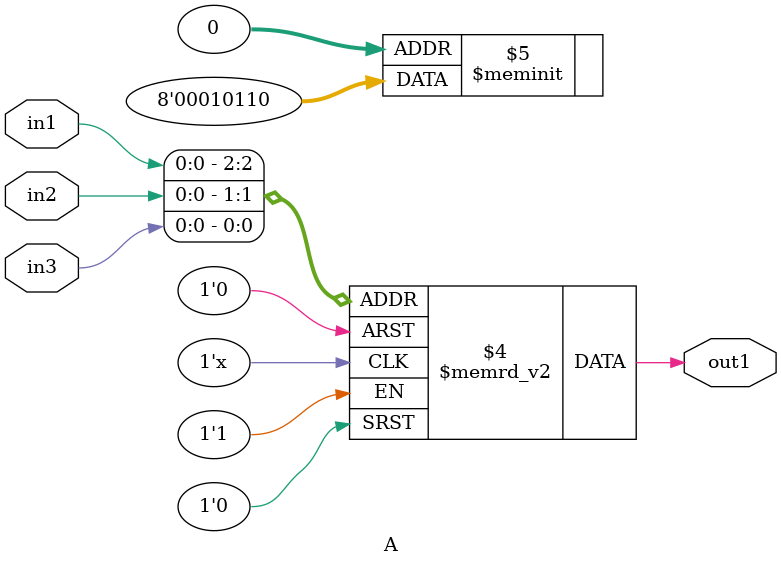
<source format=v>
module A(output out1,  input in1, in2, in3);
  reg r_out;
  assign out = r_out;
  always@(in1,in2,in3)
    begin
      case({in1,in2,in3})
        3'b000: {out1} = 1'b0;
        3'b001: {out1} = 1'b1;
        3'b010: {out1} = 1'b1;
        3'b011: {out1} = 1'b0;
        3'b100: {out1} = 1'b1;
        3'b101: {out1} = 1'b0;
        3'b110: {out1} = 1'b0;
        3'b111: {out1} = 1'b0;
      endcase
    end
endmodule

</source>
